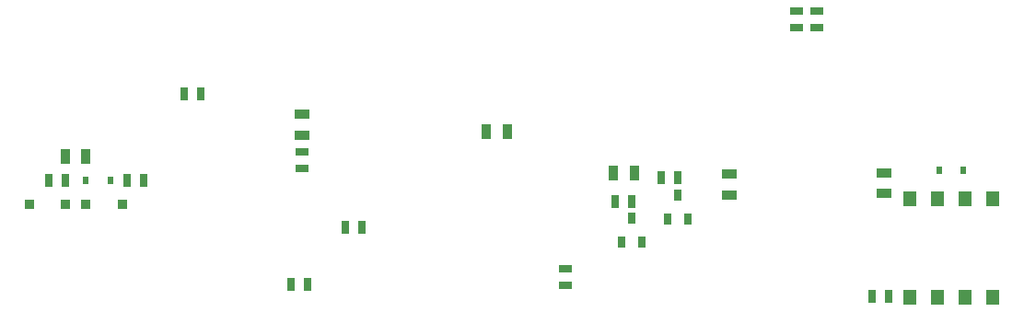
<source format=gtp>
G04 (created by PCBNEW (2013-07-07 BZR 4022)-stable) date 14/05/2014 10:05:02*
%MOIN*%
G04 Gerber Fmt 3.4, Leading zero omitted, Abs format*
%FSLAX34Y34*%
G01*
G70*
G90*
G04 APERTURE LIST*
%ADD10C,0.00590551*%
%ADD11R,0.0315X0.0394*%
%ADD12R,0.0335X0.0335*%
%ADD13R,0.025X0.045*%
%ADD14R,0.045X0.025*%
%ADD15R,0.035X0.055*%
%ADD16R,0.055X0.035*%
%ADD17R,0.0472441X0.0551181*%
%ADD18R,0.024X0.027*%
G04 APERTURE END LIST*
G54D10*
G54D11*
X36275Y-8267D03*
X36650Y-9133D03*
X35900Y-9133D03*
G54D12*
X12786Y-8610D03*
X14104Y-8610D03*
X16164Y-8625D03*
X14846Y-8625D03*
G54D13*
X24220Y-9460D03*
X24820Y-9460D03*
G54D14*
X40585Y-1610D03*
X40585Y-2210D03*
G54D13*
X43905Y-11955D03*
X43305Y-11955D03*
X18415Y-4615D03*
X19015Y-4615D03*
X34600Y-8500D03*
X34000Y-8500D03*
G54D14*
X41310Y-1610D03*
X41310Y-2210D03*
G54D13*
X36275Y-7650D03*
X35675Y-7650D03*
G54D14*
X32215Y-10935D03*
X32215Y-11535D03*
G54D13*
X16320Y-7750D03*
X16920Y-7750D03*
X13500Y-7750D03*
X14100Y-7750D03*
X22875Y-11500D03*
X22275Y-11500D03*
G54D15*
X34700Y-7475D03*
X33950Y-7475D03*
G54D16*
X38150Y-7525D03*
X38150Y-8275D03*
X43750Y-7475D03*
X43750Y-8225D03*
G54D15*
X14845Y-6870D03*
X14095Y-6870D03*
G54D17*
X47675Y-8428D03*
X46675Y-8428D03*
X45675Y-8428D03*
X44675Y-8428D03*
X47675Y-11971D03*
X46675Y-11971D03*
X45675Y-11971D03*
X44675Y-11971D03*
G54D18*
X15730Y-7750D03*
X14850Y-7750D03*
X45735Y-7375D03*
X46615Y-7375D03*
G54D11*
X34600Y-9117D03*
X34975Y-9983D03*
X34225Y-9983D03*
G54D14*
X22675Y-7300D03*
X22675Y-6700D03*
G54D16*
X22675Y-6100D03*
X22675Y-5350D03*
G54D15*
X30100Y-5975D03*
X29350Y-5975D03*
M02*

</source>
